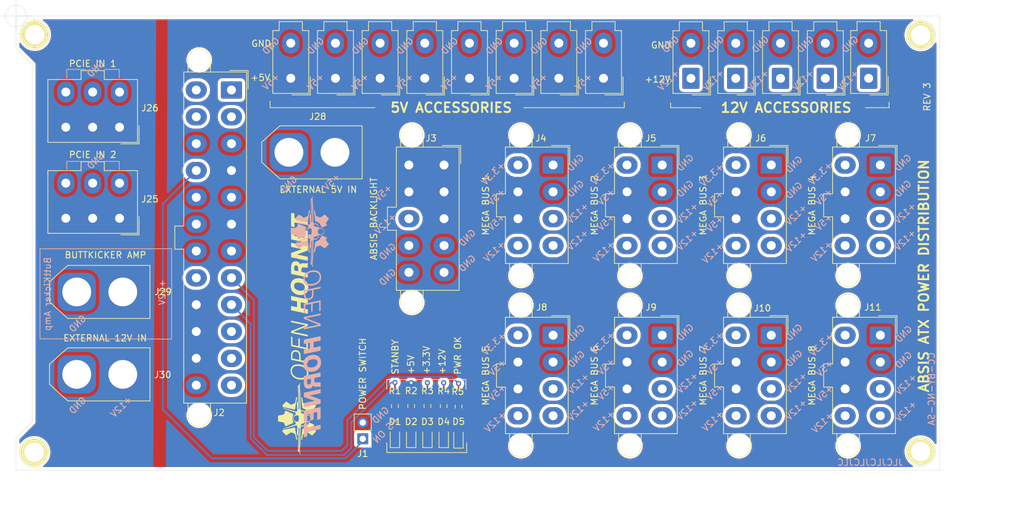
<source format=kicad_pcb>
(kicad_pcb (version 20171130) (host pcbnew "(5.1.9)-1")
  (layers (0 F.Cu mixed hide) (1 In1.Cu signal hide) (2 In2.Cu signal hide) (31 B.Cu mixed) (34 B.Paste user) (35 F.Paste user) (36 B.SilkS user) (37 F.SilkS user) (38 B.Mask user) (39 F.Mask user) (44 Edge.Cuts user))
  (net 0 "")
  (net 1 GND)
  (net 2 /PS_ON)
  (net 3 /+5V_SUPPLY)
  (net 4 "Net-(J2-Pad20)")
  (net 5 "Net-(J2-Pad14)")
  (net 6 /+3.3V_SUPPLY)
  (net 7 /+12V_SUPPLY)
  (net 8 /+5VSB_SUPPLY)
  (net 9 /PWR_OK)
  (net 10 "Net-(D1-Pad2)")
  (net 11 "Net-(D2-Pad2)")
  (net 12 "Net-(D3-Pad2)")
  (net 13 "Net-(D4-Pad2)")
  (net 14 "Net-(D5-Pad2)")
  (module Connector_Molex:Molex_Mini-Fit_Jr_5566-06A_2x03_P4.20mm_Vertical (layer F.Cu) (at 51.75 85 180)
    (fp_text reference J25 (at -4.75 3) (layer F.SilkS))
    (fp_text value "PCIE IN 2" (at 4.2 9.95) (layer F.SilkS))
    (pad 6 thru_hole oval (at 8.4 5.5 180) (size 2.7 3.3) (drill 1.4) (layers *.Cu *.Mask) (net 1 GND))
    (pad 5 thru_hole oval (at 4.2 5.5 180) (size 2.7 3.3) (drill 1.4) (layers *.Cu *.Mask) (net 1 GND))
    (pad 4 thru_hole oval (at 0 5.5 180) (size 2.7 3.3) (drill 1.4) (layers *.Cu *.Mask) (net 1 GND))
    (pad 3 thru_hole oval (at 8.4 0 180) (size 2.7 3.3) (drill 1.4) (layers *.Cu *.Mask) (net 7 /+12V_SUPPLY))
    (pad 2 thru_hole oval (at 4.2 0 180) (size 2.7 3.3) (drill 1.4) (layers *.Cu *.Mask) (net 7 /+12V_SUPPLY))
    (pad 1 thru_hole roundrect (at 0 0 180) (size 2.7 3.3) (drill 1.4) (layers *.Cu *.Mask) (roundrect_rratio 0.09259296296296296) (net 7 /+12V_SUPPLY))
  )
  (module Connector_Molex:Molex_Mini-Fit_Jr_5566-06A_2x03_P4.20mm_Vertical (layer F.Cu) (at 51.75 70.75 180)
    (fp_text reference J26 (at -4.75 3) (layer F.SilkS))
    (fp_text value "PCIE IN 1" (at 4.2 9.95) (layer F.SilkS))
    (pad 6 thru_hole oval (at 8.4 5.5 180) (size 2.7 3.3) (drill 1.4) (layers *.Cu *.Mask) (net 1 GND))
    (pad 5 thru_hole oval (at 4.2 5.5 180) (size 2.7 3.3) (drill 1.4) (layers *.Cu *.Mask) (net 1 GND))
    (pad 4 thru_hole oval (at 0 5.5 180) (size 2.7 3.3) (drill 1.4) (layers *.Cu *.Mask) (net 1 GND))
    (pad 3 thru_hole oval (at 8.4 0 180) (size 2.7 3.3) (drill 1.4) (layers *.Cu *.Mask) (net 7 /+12V_SUPPLY))
    (pad 2 thru_hole oval (at 4.2 0 180) (size 2.7 3.3) (drill 1.4) (layers *.Cu *.Mask) (net 7 /+12V_SUPPLY))
    (pad 1 thru_hole roundrect (at 0 0 180) (size 2.7 3.3) (drill 1.4) (layers *.Cu *.Mask) (roundrect_rratio 0.09259296296296296) (net 7 /+12V_SUPPLY))
  )
  (module OH_Library:OH_LOGO_37.7mm_5.9mm (layer B.Cu) (at 81.5 100.4 270)
    (fp_text reference G*** hide)
    (fp_text value LOGO hide)
  )
  (module Connector_AMASS:AMASS_XT60-M_1x02_P7.20mm_Vertical (layer F.Cu) (at 45.0552 109.4268)
    (fp_text reference J30 (at 13.4448 0.0732 180) (layer F.SilkS))
    (fp_text value "EXTERNAL 12V IN" (at 4.4448 -5.6768 180) (layer F.SilkS))
    (pad 1 thru_hole roundrect (at 0 0) (size 6 6) (drill 4.5) (layers *.Cu *.Mask) (net 1 GND))
    (pad 2 thru_hole circle (at 7.2 0) (size 6 6) (drill 4.5) (layers *.Cu *.Mask) (net 7 /+12V_SUPPLY))
  )
  (module Connector_AMASS:AMASS_XT60-F_1x02_P7.20mm_Vertical (layer F.Cu) (at 45.0552 96.5264)
    (fp_text reference J29 (at 13.5 -0.0264 180) (layer F.SilkS))
    (fp_text value "BUTTKICKER AMP" (at 4.5 -5.7764 unlocked) (layer F.SilkS))
    (pad 1 thru_hole roundrect (at 0 0) (size 6 6) (drill 4.5) (layers *.Cu *.Mask) (net 1 GND))
    (pad 2 thru_hole circle (at 7.2 0) (size 6 6) (drill 4.5) (layers *.Cu *.Mask) (net 7 /+12V_SUPPLY))
  )
  (module Connector_Molex:Molex_Mini-Fit_Jr_5566-02A_2x01_P4.20mm_Vertical (layer F.Cu) (at 168.8676 63.0936 180)
    (fp_text reference J20 hide)
    (fp_text value "12V Accessory 1")
    (pad 2 thru_hole oval (at 0 5.5 180) (size 2.7 3.3) (drill 1.4) (layers *.Cu *.Mask) (net 1 GND))
    (pad 1 thru_hole roundrect (at 0 0 180) (size 2.7 3.3) (drill 1.4) (layers *.Cu *.Mask) (roundrect_rratio 0.09259296296296296) (net 7 /+12V_SUPPLY))
  )
  (module Connector_Molex:Molex_Mini-Fit_Jr_5566-08A2_2x04_P4.20mm_Vertical (layer F.Cu) (at 170.6964 103.3018 270)
    (fp_text reference J11 (at -4.3688 1.1684 180) (layer F.SilkS))
    (fp_text value "MEGA BUS 8" (at 6.3 10.6964 90) (layer F.SilkS))
    (pad "" np_thru_hole circle (at 17.3 5.04 270) (size 3 3) (drill 3) (layers *.Cu *.Mask))
    (pad "" np_thru_hole circle (at -4.7 5.04 270) (size 3 3) (drill 3) (layers *.Cu *.Mask))
    (pad 8 thru_hole oval (at 12.6 5.5 270) (size 2.7 3.3) (drill 1.4) (layers *.Cu *.Mask) (net 7 /+12V_SUPPLY))
    (pad 7 thru_hole oval (at 8.4 5.5 270) (size 2.7 3.3) (drill 1.4) (layers *.Cu *.Mask) (net 3 /+5V_SUPPLY))
    (pad 6 thru_hole oval (at 4.2 5.5 270) (size 2.7 3.3) (drill 1.4) (layers *.Cu *.Mask) (net 3 /+5V_SUPPLY))
    (pad 5 thru_hole oval (at 0 5.5 270) (size 2.7 3.3) (drill 1.4) (layers *.Cu *.Mask) (net 6 /+3.3V_SUPPLY))
    (pad 4 thru_hole oval (at 12.6 0 270) (size 2.7 3.3) (drill 1.4) (layers *.Cu *.Mask) (net 7 /+12V_SUPPLY))
    (pad 3 thru_hole oval (at 8.4 0 270) (size 2.7 3.3) (drill 1.4) (layers *.Cu *.Mask) (net 7 /+12V_SUPPLY))
    (pad 2 thru_hole oval (at 4.2 0 270) (size 2.7 3.3) (drill 1.4) (layers *.Cu *.Mask) (net 1 GND))
    (pad 1 thru_hole roundrect (at 0 0 270) (size 2.7 3.3) (drill 1.4) (layers *.Cu *.Mask) (roundrect_rratio 0.09259296296296296) (net 1 GND))
  )
  (module Connector_Molex:Molex_Mini-Fit_Jr_5566-02A_2x01_P4.20mm_Vertical (layer F.Cu) (at 141.083632 63.1072 180)
    (fp_text reference J24 hide)
    (fp_text value "12V Accessory 5")
    (pad 2 thru_hole oval (at 0 5.5 180) (size 2.7 3.3) (drill 1.4) (layers *.Cu *.Mask) (net 1 GND))
    (pad 1 thru_hole roundrect (at 0 0 180) (size 2.7 3.3) (drill 1.4) (layers *.Cu *.Mask) (roundrect_rratio 0.09259296296296296) (net 7 /+12V_SUPPLY))
  )
  (module Connector_Molex:Molex_Mini-Fit_Jr_5566-02A_2x01_P4.20mm_Vertical (layer F.Cu) (at 148.086774 63.1072 180)
    (fp_text reference J23 hide)
    (fp_text value "12V Accessory 4")
    (pad 2 thru_hole oval (at 0 5.5 180) (size 2.7 3.3) (drill 1.4) (layers *.Cu *.Mask) (net 1 GND))
    (pad 1 thru_hole roundrect (at 0 0 180) (size 2.7 3.3) (drill 1.4) (layers *.Cu *.Mask) (roundrect_rratio 0.09259296296296296) (net 7 /+12V_SUPPLY))
  )
  (module Connector_Molex:Molex_Mini-Fit_Jr_5566-02A_2x01_P4.20mm_Vertical (layer F.Cu) (at 155.089916 63.1072 180)
    (fp_text reference J22 hide)
    (fp_text value "12V Accessory 3")
    (pad 2 thru_hole oval (at 0 5.5 180) (size 2.7 3.3) (drill 1.4) (layers *.Cu *.Mask) (net 1 GND))
    (pad 1 thru_hole roundrect (at 0 0 180) (size 2.7 3.3) (drill 1.4) (layers *.Cu *.Mask) (roundrect_rratio 0.09259296296296296) (net 7 /+12V_SUPPLY))
  )
  (module Connector_Molex:Molex_Mini-Fit_Jr_5566-02A_2x01_P4.20mm_Vertical (layer F.Cu) (at 162.093058 63.1072 180)
    (fp_text reference J21 hide)
    (fp_text value "12V Accessory 2")
    (pad 2 thru_hole oval (at 0 5.5 180) (size 2.7 3.3) (drill 1.4) (layers *.Cu *.Mask) (net 1 GND))
    (pad 1 thru_hole roundrect (at 0 0 180) (size 2.7 3.3) (drill 1.4) (layers *.Cu *.Mask) (roundrect_rratio 0.09259296296296296) (net 7 /+12V_SUPPLY))
  )
  (module Connector_Molex:Molex_Mini-Fit_Jr_5566-02A_2x01_P4.20mm_Vertical (layer F.Cu) (at 127.4148 63.0936 180)
    (fp_text reference J19 hide)
    (fp_text value "5V Accessory 8")
    (pad 2 thru_hole oval (at 0 5.5 180) (size 2.7 3.3) (drill 1.4) (layers *.Cu *.Mask) (net 1 GND))
    (pad 1 thru_hole roundrect (at 0 0 180) (size 2.7 3.3) (drill 1.4) (layers *.Cu *.Mask) (roundrect_rratio 0.09259296296296296) (net 3 /+5V_SUPPLY))
  )
  (module Connector_Molex:Molex_Mini-Fit_Jr_5566-02A_2x01_P4.20mm_Vertical (layer F.Cu) (at 120.4298 63.0936 180)
    (fp_text reference J18 hide)
    (fp_text value "5V Accessory 7")
    (pad 2 thru_hole oval (at 0 5.5 180) (size 2.7 3.3) (drill 1.4) (layers *.Cu *.Mask) (net 1 GND))
    (pad 1 thru_hole roundrect (at 0 0 180) (size 2.7 3.3) (drill 1.4) (layers *.Cu *.Mask) (roundrect_rratio 0.09259296296296296) (net 3 /+5V_SUPPLY))
  )
  (module Connector_Molex:Molex_Mini-Fit_Jr_5566-02A_2x01_P4.20mm_Vertical (layer F.Cu) (at 113.4448 63.0936 180)
    (fp_text reference J17 hide)
    (fp_text value "5V Accessory 6")
    (pad 2 thru_hole oval (at 0 5.5 180) (size 2.7 3.3) (drill 1.4) (layers *.Cu *.Mask) (net 1 GND))
    (pad 1 thru_hole roundrect (at 0 0 180) (size 2.7 3.3) (drill 1.4) (layers *.Cu *.Mask) (roundrect_rratio 0.09259296296296296) (net 3 /+5V_SUPPLY))
  )
  (module Connector_Molex:Molex_Mini-Fit_Jr_5566-02A_2x01_P4.20mm_Vertical (layer F.Cu) (at 106.4598 63.0936 180)
    (fp_text reference J16 hide)
    (fp_text value "5V Accessory 5")
    (pad 2 thru_hole oval (at 0 5.5 180) (size 2.7 3.3) (drill 1.4) (layers *.Cu *.Mask) (net 1 GND))
    (pad 1 thru_hole roundrect (at 0 0 180) (size 2.7 3.3) (drill 1.4) (layers *.Cu *.Mask) (roundrect_rratio 0.09259296296296296) (net 3 /+5V_SUPPLY))
  )
  (module Connector_Molex:Molex_Mini-Fit_Jr_5566-02A_2x01_P4.20mm_Vertical (layer F.Cu) (at 99.4748 63.0936 180)
    (fp_text reference J15 hide)
    (fp_text value "5V Accessory 4")
    (pad 2 thru_hole oval (at 0 5.5 180) (size 2.7 3.3) (drill 1.4) (layers *.Cu *.Mask) (net 1 GND))
    (pad 1 thru_hole roundrect (at 0 0 180) (size 2.7 3.3) (drill 1.4) (layers *.Cu *.Mask) (roundrect_rratio 0.09259296296296296) (net 3 /+5V_SUPPLY))
  )
  (module Connector_Molex:Molex_Mini-Fit_Jr_5566-02A_2x01_P4.20mm_Vertical (layer F.Cu) (at 92.4898 63.0936 180)
    (fp_text reference J14 hide)
    (fp_text value "5V Accessory 3")
    (pad 2 thru_hole oval (at 0 5.5 180) (size 2.7 3.3) (drill 1.4) (layers *.Cu *.Mask) (net 1 GND))
    (pad 1 thru_hole roundrect (at 0 0 180) (size 2.7 3.3) (drill 1.4) (layers *.Cu *.Mask) (roundrect_rratio 0.09259296296296296) (net 3 /+5V_SUPPLY))
  )
  (module Connector_Molex:Molex_Mini-Fit_Jr_5566-02A_2x01_P4.20mm_Vertical (layer F.Cu) (at 85.5048 63.0936 180)
    (fp_text reference J13 hide)
    (fp_text value "5V Accessory 2")
    (pad 2 thru_hole oval (at 0 5.5 180) (size 2.7 3.3) (drill 1.4) (layers *.Cu *.Mask) (net 1 GND))
    (pad 1 thru_hole roundrect (at 0 0 180) (size 2.7 3.3) (drill 1.4) (layers *.Cu *.Mask) (roundrect_rratio 0.09259296296296296) (net 3 /+5V_SUPPLY))
  )
  (module Connector_Molex:Molex_Mini-Fit_Jr_5566-02A_2x01_P4.20mm_Vertical (layer F.Cu) (at 78.5198 63.0936 180)
    (fp_text reference J12 hide)
    (fp_text value "5V Accessory 1")
    (pad 2 thru_hole oval (at 0 5.5 180) (size 2.7 3.3) (drill 1.4) (layers *.Cu *.Mask) (net 1 GND))
    (pad 1 thru_hole roundrect (at 0 0 180) (size 2.7 3.3) (drill 1.4) (layers *.Cu *.Mask) (roundrect_rratio 0.09259296296296296) (net 3 /+5V_SUPPLY))
  )
  (module Resistor_SMD:R_0603_1608Metric_Pad0.98x0.95mm_HandSolder (layer F.Cu) (at 104.75 114.4616 90)
    (fp_text reference R5 (at 2.346 -0.119 180) (layer F.SilkS))
    (fp_text value 150)
    (pad 2 smd roundrect (at 0.9125 0 90) (size 0.975 0.95) (layers F.Cu F.Paste F.Mask) (net 9 /PWR_OK))
    (pad 1 smd roundrect (at -0.9125 0 90) (size 0.975 0.95) (layers F.Cu F.Paste F.Mask) (net 14 "Net-(D5-Pad2)"))
  )
  (module LED_SMD:LED_0603_1608Metric_Pad1.05x0.95mm_HandSolder (layer F.Cu) (at 104.74 119.3116 90)
    (fp_text reference D5 (at 2.497 0.018 180) (layer F.SilkS))
    (fp_text value "Green LED")
    (pad 2 smd roundrect (at 0.875 0 90) (size 1.05 0.95) (layers F.Cu F.Paste F.Mask) (net 14 "Net-(D5-Pad2)"))
    (pad 1 smd roundrect (at -0.875 0 90) (size 1.05 0.95) (layers F.Cu F.Paste F.Mask) (net 1 GND))
  )
  (module Connector_AMASS:AMASS_XT60-M_1x02_P7.20mm_Vertical (layer F.Cu) (at 78.2284 74.6768)
    (fp_text reference J28 (at 4.5076 -5.588 180) (layer F.SilkS))
    (fp_text value "EXTERNAL 5V IN" (at 4.598 5.829 180) (layer F.SilkS))
    (pad 1 thru_hole roundrect (at 0 0) (size 6 6) (drill 4.5) (layers *.Cu *.Mask) (net 1 GND))
    (pad 2 thru_hole circle (at 7.2 0) (size 6 6) (drill 4.5) (layers *.Cu *.Mask) (net 3 /+5V_SUPPLY))
  )
  (module Resistor_SMD:R_0603_1608Metric_Pad0.98x0.95mm_HandSolder (layer F.Cu) (at 102.426 114.3971 90)
    (fp_text reference R4 (at 2.3895 0 180) (layer F.SilkS))
    (fp_text value 560)
    (pad 2 smd roundrect (at 0.9125 0 90) (size 0.975 0.95) (layers F.Cu F.Paste F.Mask) (net 7 /+12V_SUPPLY))
    (pad 1 smd roundrect (at -0.9125 0 90) (size 0.975 0.95) (layers F.Cu F.Paste F.Mask) (net 13 "Net-(D4-Pad2)"))
  )
  (module Resistor_SMD:R_0603_1608Metric_Pad0.98x0.95mm_HandSolder (layer F.Cu) (at 99.886 114.3971 90)
    (fp_text reference R3 (at 2.3895 0 180) (layer F.SilkS))
    (fp_text value 56)
    (pad 2 smd roundrect (at 0.9125 0 90) (size 0.975 0.95) (layers F.Cu F.Paste F.Mask) (net 6 /+3.3V_SUPPLY))
    (pad 1 smd roundrect (at -0.9125 0 90) (size 0.975 0.95) (layers F.Cu F.Paste F.Mask) (net 12 "Net-(D3-Pad2)"))
  )
  (module Resistor_SMD:R_0603_1608Metric_Pad0.98x0.95mm_HandSolder (layer F.Cu) (at 97.346 114.3971 90)
    (fp_text reference R2 (at 2.3895 0 180) (layer F.SilkS))
    (fp_text value 150)
    (pad 2 smd roundrect (at 0.9125 0 90) (size 0.975 0.95) (layers F.Cu F.Paste F.Mask) (net 3 /+5V_SUPPLY))
    (pad 1 smd roundrect (at -0.9125 0 90) (size 0.975 0.95) (layers F.Cu F.Paste F.Mask) (net 11 "Net-(D2-Pad2)"))
  )
  (module Resistor_SMD:R_0603_1608Metric_Pad0.98x0.95mm_HandSolder (layer F.Cu) (at 94.806 114.3971 90)
    (fp_text reference R1 (at 2.3895 0 180) (layer F.SilkS))
    (fp_text value 150)
    (pad 2 smd roundrect (at 0.9125 0 90) (size 0.975 0.95) (layers F.Cu F.Paste F.Mask) (net 8 /+5VSB_SUPPLY))
    (pad 1 smd roundrect (at -0.9125 0 90) (size 0.975 0.95) (layers F.Cu F.Paste F.Mask) (net 10 "Net-(D1-Pad2)"))
  )
  (module LED_SMD:LED_0603_1608Metric_Pad1.05x0.95mm_HandSolder (layer F.Cu) (at 102.426 119.2326 90)
    (fp_text reference D4 (at 2.399 0 180) (layer F.SilkS))
    (fp_text value "Green LED")
    (pad 2 smd roundrect (at 0.875 0 90) (size 1.05 0.95) (layers F.Cu F.Paste F.Mask) (net 13 "Net-(D4-Pad2)"))
    (pad 1 smd roundrect (at -0.875 0 90) (size 1.05 0.95) (layers F.Cu F.Paste F.Mask) (net 1 GND))
  )
  (module LED_SMD:LED_0603_1608Metric_Pad1.05x0.95mm_HandSolder (layer F.Cu) (at 99.886 119.2326 90)
    (fp_text reference D3 (at 2.399 0 180) (layer F.SilkS))
    (fp_text value "Green LED")
    (pad 2 smd roundrect (at 0.875 0 90) (size 1.05 0.95) (layers F.Cu F.Paste F.Mask) (net 12 "Net-(D3-Pad2)"))
    (pad 1 smd roundrect (at -0.875 0 90) (size 1.05 0.95) (layers F.Cu F.Paste F.Mask) (net 1 GND))
  )
  (module LED_SMD:LED_0603_1608Metric_Pad1.05x0.95mm_HandSolder (layer F.Cu) (at 97.346 119.2326 90)
    (fp_text reference D2 (at 2.399 0 180) (layer F.SilkS))
    (fp_text value "Green LED")
    (pad 2 smd roundrect (at 0.875 0 90) (size 1.05 0.95) (layers F.Cu F.Paste F.Mask) (net 11 "Net-(D2-Pad2)"))
    (pad 1 smd roundrect (at -0.875 0 90) (size 1.05 0.95) (layers F.Cu F.Paste F.Mask) (net 1 GND))
  )
  (module LED_SMD:LED_0603_1608Metric_Pad1.05x0.95mm_HandSolder (layer F.Cu) (at 94.806 119.2326 90)
    (fp_text reference D1 (at 2.399 0 180) (layer F.SilkS))
    (fp_text value "Blue LED")
    (pad 2 smd roundrect (at 0.875 0 90) (size 1.05 0.95) (layers F.Cu F.Paste F.Mask) (net 10 "Net-(D1-Pad2)"))
    (pad 1 smd roundrect (at -0.875 0 90) (size 1.05 0.95) (layers F.Cu F.Paste F.Mask) (net 1 GND))
  )
  (module Connector_PinHeader_2.54mm:PinHeader_1x02_P2.54mm_Vertical (layer F.Cu) (at 89.772 119.507 180)
    (fp_text reference J1 (at 0 -2.33) (layer F.SilkS))
    (fp_text value "POWER SWITCH" (at 0 10.16 90) (layer F.SilkS))
    (pad 2 thru_hole oval (at 0 2.54 180) (size 1.7 1.7) (drill 1) (layers *.Cu *.Mask) (net 1 GND))
    (pad 1 thru_hole rect (at 0 0 180) (size 1.7 1.7) (drill 1) (layers *.Cu *.Mask) (net 2 /PS_ON))
  )
  (module Connector_Molex:Molex_Mini-Fit_Jr_5566-08A2_2x04_P4.20mm_Vertical (layer F.Cu) (at 136.591 76.6646 270)
    (fp_text reference J5 (at -4.191 1.778) (layer F.SilkS))
    (fp_text value "MEGA BUS 2" (at 6.3 10.591 90) (layer F.SilkS))
    (pad "" np_thru_hole circle (at 17.3 5.04 270) (size 3 3) (drill 3) (layers *.Cu *.Mask))
    (pad "" np_thru_hole circle (at -4.7 5.04 270) (size 3 3) (drill 3) (layers *.Cu *.Mask))
    (pad 8 thru_hole oval (at 12.6 5.5 270) (size 2.7 3.3) (drill 1.4) (layers *.Cu *.Mask) (net 7 /+12V_SUPPLY))
    (pad 7 thru_hole oval (at 8.4 5.5 270) (size 2.7 3.3) (drill 1.4) (layers *.Cu *.Mask) (net 3 /+5V_SUPPLY))
    (pad 6 thru_hole oval (at 4.2 5.5 270) (size 2.7 3.3) (drill 1.4) (layers *.Cu *.Mask) (net 3 /+5V_SUPPLY))
    (pad 5 thru_hole oval (at 0 5.5 270) (size 2.7 3.3) (drill 1.4) (layers *.Cu *.Mask) (net 6 /+3.3V_SUPPLY))
    (pad 4 thru_hole oval (at 12.6 0 270) (size 2.7 3.3) (drill 1.4) (layers *.Cu *.Mask) (net 7 /+12V_SUPPLY))
    (pad 3 thru_hole oval (at 8.4 0 270) (size 2.7 3.3) (drill 1.4) (layers *.Cu *.Mask) (net 7 /+12V_SUPPLY))
    (pad 2 thru_hole oval (at 4.2 0 270) (size 2.7 3.3) (drill 1.4) (layers *.Cu *.Mask) (net 1 GND))
    (pad 1 thru_hole roundrect (at 0 0 270) (size 2.7 3.3) (drill 1.4) (layers *.Cu *.Mask) (roundrect_rratio 0.09259296296296296) (net 1 GND))
  )
  (module KiCAD_Libraries:OH_LOGO_37.7mm_5.9mm (layer F.Cu) (at 79.5 103 90)
    (fp_text reference G*** hide)
    (fp_text value LOGO hide)
  )
  (module Connector_Molex:Molex_Mini-Fit_Jr_5566-08A2_2x04_P4.20mm_Vertical (layer F.Cu) (at 170.6964 76.6646 270)
    (fp_text reference J7 (at -4.191 1.524) (layer F.SilkS))
    (fp_text value "MEGA BUS 4" (at 6.3 10.6964 90) (layer F.SilkS))
    (pad "" np_thru_hole circle (at 17.3 5.04 270) (size 3 3) (drill 3) (layers *.Cu *.Mask))
    (pad "" np_thru_hole circle (at -4.7 5.04 270) (size 3 3) (drill 3) (layers *.Cu *.Mask))
    (pad 8 thru_hole oval (at 12.6 5.5 270) (size 2.7 3.3) (drill 1.4) (layers *.Cu *.Mask) (net 7 /+12V_SUPPLY))
    (pad 7 thru_hole oval (at 8.4 5.5 270) (size 2.7 3.3) (drill 1.4) (layers *.Cu *.Mask) (net 3 /+5V_SUPPLY))
    (pad 6 thru_hole oval (at 4.2 5.5 270) (size 2.7 3.3) (drill 1.4) (layers *.Cu *.Mask) (net 3 /+5V_SUPPLY))
    (pad 5 thru_hole oval (at 0 5.5 270) (size 2.7 3.3) (drill 1.4) (layers *.Cu *.Mask) (net 6 /+3.3V_SUPPLY))
    (pad 4 thru_hole oval (at 12.6 0 270) (size 2.7 3.3) (drill 1.4) (layers *.Cu *.Mask) (net 7 /+12V_SUPPLY))
    (pad 3 thru_hole oval (at 8.4 0 270) (size 2.7 3.3) (drill 1.4) (layers *.Cu *.Mask) (net 7 /+12V_SUPPLY))
    (pad 2 thru_hole oval (at 4.2 0 270) (size 2.7 3.3) (drill 1.4) (layers *.Cu *.Mask) (net 1 GND))
    (pad 1 thru_hole roundrect (at 0 0 270) (size 2.7 3.3) (drill 1.4) (layers *.Cu *.Mask) (roundrect_rratio 0.09259296296296296) (net 1 GND))
  )
  (module Socket_Arduino_Mega:Arduino_1pin (layer F.Cu) (at 177 56.3372)
    (fp_text reference H4 hide)
    (fp_text value MountingHole)
    (pad 1 thru_hole circle (at 0 0) (size 4.064 4.064) (drill 3.048) (layers *.Cu *.Mask F.SilkS))
  )
  (module Socket_Arduino_Mega:Arduino_1pin (layer F.Cu) (at 38.4048 121.6152)
    (fp_text reference H3 hide)
    (fp_text value MountingHole)
    (pad 1 thru_hole circle (at 0 0) (size 4.064 4.064) (drill 3.048) (layers *.Cu *.Mask F.SilkS))
  )
  (module Socket_Arduino_Mega:Arduino_1pin (layer F.Cu) (at 177 121.5)
    (fp_text reference H2 hide)
    (fp_text value MountingHole)
    (pad 1 thru_hole circle (at 0 0) (size 4.064 4.064) (drill 3.048) (layers *.Cu *.Mask F.SilkS))
  )
  (module Socket_Arduino_Mega:Arduino_1pin (layer F.Cu) (at 38.5064 56.2864)
    (fp_text reference H1 hide)
    (fp_text value MountingHole)
    (pad 1 thru_hole circle (at 0 0) (size 4.064 4.064) (drill 3.048) (layers *.Cu *.Mask F.SilkS))
  )
  (module Connector_Molex:Molex_Mini-Fit_Jr_5566-08A2_2x04_P4.20mm_Vertical (layer F.Cu) (at 153.6437 103.3018 270)
    (fp_text reference J10 (at -4.2418 1.3877) (layer F.SilkS))
    (fp_text value "MEGA BUS 7" (at 6.3 10.6437 90) (layer F.SilkS))
    (pad "" np_thru_hole circle (at 17.3 5.04 270) (size 3 3) (drill 3) (layers *.Cu *.Mask))
    (pad "" np_thru_hole circle (at -4.7 5.04 270) (size 3 3) (drill 3) (layers *.Cu *.Mask))
    (pad 8 thru_hole oval (at 12.6 5.5 270) (size 2.7 3.3) (drill 1.4) (layers *.Cu *.Mask) (net 7 /+12V_SUPPLY))
    (pad 7 thru_hole oval (at 8.4 5.5 270) (size 2.7 3.3) (drill 1.4) (layers *.Cu *.Mask) (net 3 /+5V_SUPPLY))
    (pad 6 thru_hole oval (at 4.2 5.5 270) (size 2.7 3.3) (drill 1.4) (layers *.Cu *.Mask) (net 3 /+5V_SUPPLY))
    (pad 5 thru_hole oval (at 0 5.5 270) (size 2.7 3.3) (drill 1.4) (layers *.Cu *.Mask) (net 6 /+3.3V_SUPPLY))
    (pad 4 thru_hole oval (at 12.6 0 270) (size 2.7 3.3) (drill 1.4) (layers *.Cu *.Mask) (net 7 /+12V_SUPPLY))
    (pad 3 thru_hole oval (at 8.4 0 270) (size 2.7 3.3) (drill 1.4) (layers *.Cu *.Mask) (net 7 /+12V_SUPPLY))
    (pad 2 thru_hole oval (at 4.2 0 270) (size 2.7 3.3) (drill 1.4) (layers *.Cu *.Mask) (net 1 GND))
    (pad 1 thru_hole roundrect (at 0 0 270) (size 2.7 3.3) (drill 1.4) (layers *.Cu *.Mask) (roundrect_rratio 0.09259296296296296) (net 1 GND))
  )
  (module Connector_Molex:Molex_Mini-Fit_Jr_5566-08A2_2x04_P4.20mm_Vertical (layer F.Cu) (at 136.591 103.3018 270)
    (fp_text reference J9 (at -4.3688 1.734) (layer F.SilkS))
    (fp_text value "MEGA BUS 6" (at 6.3 10.591 90) (layer F.SilkS))
    (pad "" np_thru_hole circle (at 17.3 5.04 270) (size 3 3) (drill 3) (layers *.Cu *.Mask))
    (pad "" np_thru_hole circle (at -4.7 5.04 270) (size 3 3) (drill 3) (layers *.Cu *.Mask))
    (pad 8 thru_hole oval (at 12.6 5.5 270) (size 2.7 3.3) (drill 1.4) (layers *.Cu *.Mask) (net 7 /+12V_SUPPLY))
    (pad 7 thru_hole oval (at 8.4 5.5 270) (size 2.7 3.3) (drill 1.4) (layers *.Cu *.Mask) (net 3 /+5V_SUPPLY))
    (pad 6 thru_hole oval (at 4.2 5.5 270) (size 2.7 3.3) (drill 1.4) (layers *.Cu *.Mask) (net 3 /+5V_SUPPLY))
    (pad 5 thru_hole oval (at 0 5.5 270) (size 2.7 3.3) (drill 1.4) (layers *.Cu *.Mask) (net 6 /+3.3V_SUPPLY))
    (pad 4 thru_hole oval (at 12.6 0 270) (size 2.7 3.3) (drill 1.4) (layers *.Cu *.Mask) (net 7 /+12V_SUPPLY))
    (pad 3 thru_hole oval (at 8.4 0 270) (size 2.7 3.3) (drill 1.4) (layers *.Cu *.Mask) (net 7 /+12V_SUPPLY))
    (pad 2 thru_hole oval (at 4.2 0 270) (size 2.7 3.3) (drill 1.4) (layers *.Cu *.Mask) (net 1 GND))
    (pad 1 thru_hole roundrect (at 0 0 270) (size 2.7 3.3) (drill 1.4) (layers *.Cu *.Mask) (roundrect_rratio 0.09259296296296296) (net 1 GND))
  )
  (module Connector_Molex:Molex_Mini-Fit_Jr_5566-08A2_2x04_P4.20mm_Vertical (layer F.Cu) (at 119.5383 103.3018 270)
    (fp_text reference J8 (at -4.3688 1.778) (layer F.SilkS))
    (fp_text value "MEGA BUS 5" (at 6.3 10.5383 90) (layer F.SilkS))
    (pad "" np_thru_hole circle (at 17.3 5.04 270) (size 3 3) (drill 3) (layers *.Cu *.Mask))
    (pad "" np_thru_hole circle (at -4.7 5.04 270) (size 3 3) (drill 3) (layers *.Cu *.Mask))
    (pad 8 thru_hole oval (at 12.6 5.5 270) (size 2.7 3.3) (drill 1.4) (layers *.Cu *.Mask) (net 7 /+12V_SUPPLY))
    (pad 7 thru_hole oval (at 8.4 5.5 270) (size 2.7 3.3) (drill 1.4) (layers *.Cu *.Mask) (net 3 /+5V_SUPPLY))
    (pad 6 thru_hole oval (at 4.2 5.5 270) (size 2.7 3.3) (drill 1.4) (layers *.Cu *.Mask) (net 3 /+5V_SUPPLY))
    (pad 5 thru_hole oval (at 0 5.5 270) (size 2.7 3.3) (drill 1.4) (layers *.Cu *.Mask) (net 6 /+3.3V_SUPPLY))
    (pad 4 thru_hole oval (at 12.6 0 270) (size 2.7 3.3) (drill 1.4) (layers *.Cu *.Mask) (net 7 /+12V_SUPPLY))
    (pad 3 thru_hole oval (at 8.4 0 270) (size 2.7 3.3) (drill 1.4) (layers *.Cu *.Mask) (net 7 /+12V_SUPPLY))
    (pad 2 thru_hole oval (at 4.2 0 270) (size 2.7 3.3) (drill 1.4) (layers *.Cu *.Mask) (net 1 GND))
    (pad 1 thru_hole roundrect (at 0 0 270) (size 2.7 3.3) (drill 1.4) (layers *.Cu *.Mask) (roundrect_rratio 0.09259296296296296) (net 1 GND))
  )
  (module Connector_Molex:Molex_Mini-Fit_Jr_5566-08A2_2x04_P4.20mm_Vertical (layer F.Cu) (at 153.6437 76.6646 270)
    (fp_text reference J6 (at -4.191 1.651) (layer F.SilkS))
    (fp_text value "MEGA BUS 3" (at 6.3 10.6437 90) (layer F.SilkS))
    (pad "" np_thru_hole circle (at 17.3 5.04 270) (size 3 3) (drill 3) (layers *.Cu *.Mask))
    (pad "" np_thru_hole circle (at -4.7 5.04 270) (size 3 3) (drill 3) (layers *.Cu *.Mask))
    (pad 8 thru_hole oval (at 12.6 5.5 270) (size 2.7 3.3) (drill 1.4) (layers *.Cu *.Mask) (net 7 /+12V_SUPPLY))
    (pad 7 thru_hole oval (at 8.4 5.5 270) (size 2.7 3.3) (drill 1.4) (layers *.Cu *.Mask) (net 3 /+5V_SUPPLY))
    (pad 6 thru_hole oval (at 4.2 5.5 270) (size 2.7 3.3) (drill 1.4) (layers *.Cu *.Mask) (net 3 /+5V_SUPPLY))
    (pad 5 thru_hole oval (at 0 5.5 270) (size 2.7 3.3) (drill 1.4) (layers *.Cu *.Mask) (net 6 /+3.3V_SUPPLY))
    (pad 4 thru_hole oval (at 12.6 0 270) (size 2.7 3.3) (drill 1.4) (layers *.Cu *.Mask) (net 7 /+12V_SUPPLY))
    (pad 3 thru_hole oval (at 8.4 0 270) (size 2.7 3.3) (drill 1.4) (layers *.Cu *.Mask) (net 7 /+12V_SUPPLY))
    (pad 2 thru_hole oval (at 4.2 0 270) (size 2.7 3.3) (drill 1.4) (layers *.Cu *.Mask) (net 1 GND))
    (pad 1 thru_hole roundrect (at 0 0 270) (size 2.7 3.3) (drill 1.4) (layers *.Cu *.Mask) (roundrect_rratio 0.09259296296296296) (net 1 GND))
  )
  (module Connector_Molex:Molex_Mini-Fit_Jr_5566-08A2_2x04_P4.20mm_Vertical (layer F.Cu) (at 119.5383 76.6646 270)
    (fp_text reference J4 (at -4.191 1.905) (layer F.SilkS))
    (fp_text value "MEGA BUS 1" (at 6.3 10.5383 90) (layer F.SilkS))
    (pad "" np_thru_hole circle (at 17.3 5.04 270) (size 3 3) (drill 3) (layers *.Cu *.Mask))
    (pad "" np_thru_hole circle (at -4.7 5.04 270) (size 3 3) (drill 3) (layers *.Cu *.Mask))
    (pad 8 thru_hole oval (at 12.6 5.5 270) (size 2.7 3.3) (drill 1.4) (layers *.Cu *.Mask) (net 7 /+12V_SUPPLY))
    (pad 7 thru_hole oval (at 8.4 5.5 270) (size 2.7 3.3) (drill 1.4) (layers *.Cu *.Mask) (net 3 /+5V_SUPPLY))
    (pad 6 thru_hole oval (at 4.2 5.5 270) (size 2.7 3.3) (drill 1.4) (layers *.Cu *.Mask) (net 3 /+5V_SUPPLY))
    (pad 5 thru_hole oval (at 0 5.5 270) (size 2.7 3.3) (drill 1.4) (layers *.Cu *.Mask) (net 6 /+3.3V_SUPPLY))
    (pad 4 thru_hole oval (at 12.6 0 270) (size 2.7 3.3) (drill 1.4) (layers *.Cu *.Mask) (net 7 /+12V_SUPPLY))
    (pad 3 thru_hole oval (at 8.4 0 270) (size 2.7 3.3) (drill 1.4) (layers *.Cu *.Mask) (net 7 /+12V_SUPPLY))
    (pad 2 thru_hole oval (at 4.2 0 270) (size 2.7 3.3) (drill 1.4) (layers *.Cu *.Mask) (net 1 GND))
    (pad 1 thru_hole roundrect (at 0 0 270) (size 2.7 3.3) (drill 1.4) (layers *.Cu *.Mask) (roundrect_rratio 0.09259296296296296) (net 1 GND))
  )
  (module Connector_Molex:Molex_Mini-Fit_Jr_5566-10A2_2x05_P4.20mm_Vertical (layer F.Cu) (at 102.4856 76.6646 270)
    (fp_text reference J3 (at -4.191 2.032) (layer F.SilkS))
    (fp_text value "ABSIS BACKLIGHT" (at 8.400001 10.9856 90) (layer F.SilkS))
    (pad "" np_thru_hole circle (at 21.5 5.04 270) (size 3 3) (drill 3) (layers *.Cu *.Mask))
    (pad "" np_thru_hole circle (at -4.7 5.04 270) (size 3 3) (drill 3) (layers *.Cu *.Mask))
    (pad 10 thru_hole oval (at 16.8 5.5 270) (size 2.7 3.3) (drill 1.4) (layers *.Cu *.Mask) (net 1 GND))
    (pad 9 thru_hole oval (at 12.6 5.5 270) (size 2.7 3.3) (drill 1.4) (layers *.Cu *.Mask) (net 1 GND))
    (pad 8 thru_hole oval (at 8.4 5.5 270) (size 2.7 3.3) (drill 1.4) (layers *.Cu *.Mask) (net 7 /+12V_SUPPLY))
    (pad 7 thru_hole oval (at 4.2 5.5 270) (size 2.7 3.3) (drill 1.4) (layers *.Cu *.Mask) (net 3 /+5V_SUPPLY))
    (pad 6 thru_hole oval (at 0 5.5 270) (size 2.7 3.3) (drill 1.4) (layers *.Cu *.Mask) (net 3 /+5V_SUPPLY))
    (pad 5 thru_hole oval (at 16.8 0 270) (size 2.7 3.3) (drill 1.4) (layers *.Cu *.Mask) (net 1 GND))
    (pad 4 thru_hole oval (at 12.6 0 270) (size 2.7 3.3) (drill 1.4) (layers *.Cu *.Mask) (net 1 GND))
    (pad 3 thru_hole oval (at 8.4 0 270) (size 2.7 3.3) (drill 1.4) (layers *.Cu *.Mask) (net 3 /+5V_SUPPLY))
    (pad 2 thru_hole oval (at 4.2 0 270) (size 2.7 3.3) (drill 1.4) (layers *.Cu *.Mask) (net 3 /+5V_SUPPLY))
    (pad 1 thru_hole roundrect (at 0 0 270) (size 2.7 3.3) (drill 1.4) (layers *.Cu *.Mask) (roundrect_rratio 0.09259296296296296) (net 3 /+5V_SUPPLY))
  )
  (module Connector_Molex:Molex_Mini-Fit_Jr_5566-24A2_2x12_P4.20mm_Vertical (layer F.Cu) (at 69.2488 64.9224 270)
    (fp_text reference J2 (at 50.4952 1.9304 180) (layer F.SilkS))
    (fp_text value ATX-24)
    (pad "" np_thru_hole circle (at 50.9 5.04 270) (size 3 3) (drill 3) (layers *.Cu *.Mask))
    (pad "" np_thru_hole circle (at -4.7 5.04 270) (size 3 3) (drill 3) (layers *.Cu *.Mask))
    (pad 24 thru_hole oval (at 46.2 5.5 270) (size 2.7 3.3) (drill 1.4) (layers *.Cu *.Mask) (net 1 GND))
    (pad 23 thru_hole oval (at 42 5.5 270) (size 2.7 3.3) (drill 1.4) (layers *.Cu *.Mask) (net 3 /+5V_SUPPLY))
    (pad 22 thru_hole oval (at 37.8 5.5 270) (size 2.7 3.3) (drill 1.4) (layers *.Cu *.Mask) (net 3 /+5V_SUPPLY))
    (pad 21 thru_hole oval (at 33.6 5.5 270) (size 2.7 3.3) (drill 1.4) (layers *.Cu *.Mask) (net 3 /+5V_SUPPLY))
    (pad 20 thru_hole oval (at 29.4 5.5 270) (size 2.7 3.3) (drill 1.4) (layers *.Cu *.Mask) (net 4 "Net-(J2-Pad20)"))
    (pad 19 thru_hole oval (at 25.2 5.5 270) (size 2.7 3.3) (drill 1.4) (layers *.Cu *.Mask) (net 1 GND))
    (pad 18 thru_hole oval (at 21 5.5 270) (size 2.7 3.3) (drill 1.4) (layers *.Cu *.Mask) (net 1 GND))
    (pad 17 thru_hole oval (at 16.8 5.5 270) (size 2.7 3.3) (drill 1.4) (layers *.Cu *.Mask) (net 1 GND))
    (pad 16 thru_hole oval (at 12.6 5.5 270) (size 2.7 3.3) (drill 1.4) (layers *.Cu *.Mask) (net 2 /PS_ON))
    (pad 15 thru_hole oval (at 8.4 5.5 270) (size 2.7 3.3) (drill 1.4) (layers *.Cu *.Mask) (net 1 GND))
    (pad 14 thru_hole oval (at 4.2 5.5 270) (size 2.7 3.3) (drill 1.4) (layers *.Cu *.Mask) (net 5 "Net-(J2-Pad14)"))
    (pad 13 thru_hole oval (at 0 5.5 270) (size 2.7 3.3) (drill 1.4) (layers *.Cu *.Mask) (net 6 /+3.3V_SUPPLY))
    (pad 12 thru_hole oval (at 46.2 0 270) (size 2.7 3.3) (drill 1.4) (layers *.Cu *.Mask) (net 6 /+3.3V_SUPPLY))
    (pad 11 thru_hole oval (at 42 0 270) (size 2.7 3.3) (drill 1.4) (layers *.Cu *.Mask) (net 7 /+12V_SUPPLY))
    (pad 10 thru_hole oval (at 37.8 0 270) (size 2.7 3.3) (drill 1.4) (layers *.Cu *.Mask) (net 7 /+12V_SUPPLY))
    (pad 9 thru_hole oval (at 33.6 0 270) (size 2.7 3.3) (drill 1.4) (layers *.Cu *.Mask) (net 8 /+5VSB_SUPPLY))
    (pad 8 thru_hole oval (at 29.4 0 270) (size 2.7 3.3) (drill 1.4) (layers *.Cu *.Mask) (net 9 /PWR_OK))
    (pad 7 thru_hole oval (at 25.2 0 270) (size 2.7 3.3) (drill 1.4) (layers *.Cu *.Mask) (net 1 GND))
    (pad 6 thru_hole oval (at 21 0 270) (size 2.7 3.3) (drill 1.4) (layers *.Cu *.Mask) (net 3 /+5V_SUPPLY))
    (pad 5 thru_hole oval (at 16.8 0 270) (size 2.7 3.3) (drill 1.4) (layers *.Cu *.Mask) (net 1 GND))
    (pad 4 thru_hole oval (at 12.6 0 270) (size 2.7 3.3) (drill 1.4) (layers *.Cu *.Mask) (net 3 /+5V_SUPPLY))
    (pad 3 thru_hole oval (at 8.4 0 270) (size 2.7 3.3) (drill 1.4) (layers *.Cu *.Mask) (net 1 GND))
    (pad 2 thru_hole oval (at 4.2 0 270) (size 2.7 3.3) (drill 1.4) (layers *.Cu *.Mask) (net 6 /+3.3V_SUPPLY))
    (pad 1 thru_hole roundrect (at 0 0 270) (size 2.7 3.3) (drill 1.4) (layers *.Cu *.Mask) (roundrect_rratio 0.09259296296296296) (net 6 /+3.3V_SUPPLY))
  )
  (gr_text CC-BY-NC-SA (at 178.7 111.7 90) (layer B.SilkS) (effects (font (size 1 1)) (justify mirror)))
  (gr_line (start 43.5 63.1) (end 43.5 61.7) (layer B.SilkS) (width 0.12))
  (gr_line (start 43.5 61.7) (end 46.4 61.7) (layer B.SilkS) (width 0.12))
  (gr_line (start 49.4 61.7) (end 51.7 61.7) (layer B.SilkS) (width 0.12))
  (gr_line (start 51.7 61.7) (end 51.7 63.1) (layer B.SilkS) (width 0.12))
  (gr_text GND (at 48 61.6 45) (layer B.SilkS) (effects (font (size 1 1)) (justify mirror)))
  (gr_text GND (at 48 76 45) (layer B.SilkS) (effects (font (size 1 1)) (justify mirror)))
  (gr_line (start 49.4 76.1) (end 51.7 76.1) (layer B.SilkS) (width 0.12))
  (gr_line (start 51.7 76.1) (end 51.7 77.5) (layer B.SilkS) (width 0.12))
  (gr_line (start 43.5 76.1) (end 46.4 76.1) (layer B.SilkS) (width 0.12))
  (gr_line (start 43.5 77.5) (end 43.5 76.1) (layer B.SilkS) (width 0.12))
  (gr_line (start 180 124.46) (end 35.56 124.46) (layer Edge.Cuts) (width 0.05))
  (gr_text JLCJLCJLCJLC (at 169.1 123.2) (layer B.SilkS) (effects (font (size 1 1)) (justify mirror)))
  (gr_text +12V (at 165.635283 63.373 45) (layer B.SilkS) (effects (font (size 1 1)) (justify mirror)))
  (gr_text GND (at 165.972 57.785 45) (layer B.SilkS) (effects (font (size 1 1)) (justify mirror)))
  (gr_text +12V (at 158.618533 63.373 45) (layer B.SilkS) (effects (font (size 1 1)) (justify mirror)))
  (gr_text GND (at 158.95525 57.785 45) (layer B.SilkS) (effects (font (size 1 1)) (justify mirror)))
  (gr_text +12V (at 151.601783 63.373 45) (layer B.SilkS) (effects (font (size 1 1)) (justify mirror)))
  (gr_text GND (at 151.9385 57.785 45) (layer B.SilkS) (effects (font (size 1 1)) (justify mirror)))
  (gr_text +12V (at 144.585033 63.373 45) (layer B.SilkS) (effects (font (size 1 1)) (justify mirror)))
  (gr_text GND (at 144.92175 57.785 45) (layer B.SilkS) (effects (font (size 1 1)) (justify mirror)))
  (gr_text GND (at 137.905 57.785 45) (layer B.SilkS) (effects (font (size 1 1)) (justify mirror)))
  (gr_text +12V (at 137.568283 63.373 45) (layer B.SilkS) (effects (font (size 1 1)) (justify mirror)))
  (gr_text GND (at 124.316 58.039 45) (layer B.SilkS) (effects (font (size 1 1)) (justify mirror)))
  (gr_text +5V (at 124.316 63.627 45) (layer B.SilkS) (effects (font (size 1 1)) (justify mirror)))
  (gr_text GND (at 117.331 58.039 45) (layer B.SilkS) (effects (font (size 1 1)) (justify mirror)))
  (gr_text +5V (at 117.331 63.627 45) (layer B.SilkS) (effects (font (size 1 1)) (justify mirror)))
  (gr_text GND (at 110.346 58.039 45) (layer B.SilkS) (effects (font (size 1 1)) (justify mirror)))
  (gr_text +5V (at 110.346 63.627 45) (layer B.SilkS) (effects (font (size 1 1)) (justify mirror)))
  (gr_text GND (at 103.361 58.039 45) (layer B.SilkS) (effects (font (size 1 1)) (justify mirror)))
  (gr_text +5V (at 103.361 63.627 45) (layer B.SilkS) (effects (font (size 1 1)) (justify mirror)))
  (gr_text GND (at 96.376 58.039 45) (layer B.SilkS) (effects (font (size 1 1)) (justify mirror)))
  (gr_text +5V (at 96.376 63.627 45) (layer B.SilkS) (effects (font (size 1 1)) (justify mirror)))
  (gr_text GND (at 89.391 58.039 45) (layer B.SilkS) (effects (font (size 1 1)) (justify mirror)))
  (gr_text +5V (at 89.391 63.627 45) (layer B.SilkS) (effects (font (size 1 1)) (justify mirror)))
  (gr_text GND (at 82.406 58.039 45) (layer B.SilkS) (effects (font (size 1 1)) (justify mirror)))
  (gr_text +5V (at 82.406 63.627 45) (layer B.SilkS) (effects (font (size 1 1)) (justify mirror)))
  (gr_text +5V (at 75.421 63.627 45) (layer B.SilkS) (effects (font (size 1 1)) (justify mirror)))
  (gr_text GND (at 75.421 58.039 45) (layer B.SilkS) (effects (font (size 1 1)) (justify mirror)))
  (gr_text GND (at 78.2 79.7 45) (layer B.SilkS) (effects (font (size 1 1)) (justify mirror)))
  (gr_text +5V (at 84.9 79.3 45) (layer B.SilkS) (effects (font (size 1 1)) (justify mirror)))
  (gr_text GND (at 45.2 114.3 45) (layer B.SilkS) (effects (font (size 1 1)) (justify mirror)))
  (gr_text +12V (at 52 114.5 45) (layer B.SilkS) (effects (font (size 1 1)) (justify mirror)))
  (gr_text GND (at 45.2 101.5 45) (layer B.SilkS) (effects (font (size 1 1)) (justify mirror)))
  (gr_text +12V (at 58.4 96.6 90) (layer B.SilkS) (effects (font (size 1 1)) (justify mirror)))
  (gr_text GND (at 92.566 115.824 45) (layer B.SilkS) (effects (font (size 1 1)) (justify mirror)))
  (gr_text "PS ON" (at 93.328 118.237 45) (layer B.SilkS) (effects (font (size 1 1)) (justify mirror)))
  (gr_text +12V (at 93.328 85.851999 45) (layer B.SilkS) (effects (font (size 1 1)) (justify mirror)))
  (gr_text GND (at 93.664717 94.234 45) (layer B.SilkS) (effects (font (size 1 1)) (justify mirror)))
  (gr_text GND (at 93.664717 90.211358 45) (layer B.SilkS) (effects (font (size 1 1)) (justify mirror)))
  (gr_text GND (at 106.110717 92.075 45) (layer B.SilkS) (effects (font (size 1 1)) (justify mirror)))
  (gr_text GND (at 106.110717 88.0745 45) (layer B.SilkS) (effects (font (size 1 1)) (justify mirror)))
  (gr_text +5V (at 93 81 45) (layer B.SilkS) (effects (font (size 1 1)) (justify mirror)))
  (gr_text GND (at 123.173 107.061 45) (layer B.SilkS) (effects (font (size 1 1)) (justify mirror)))
  (gr_text +5V (at 110.809717 108.331 45) (layer B.SilkS) (effects (font (size 1 1)) (justify mirror)))
  (gr_text +12V (at 110.473 116.84 45) (layer B.SilkS) (effects (font (size 1 1)) (justify mirror)))
  (gr_text +12V (at 123.509718 110.871 45) (layer B.SilkS) (effects (font (size 1 1)) (justify mirror)))
  (gr_text GND (at 123.173 102.997 45) (layer B.SilkS) (effects (font (size 1 1)) (justify mirror)))
  (gr_text +12V (at 123.509718 115.062 45) (layer B.SilkS) (effects (font (size 1 1)) (justify mirror)))
  (gr_text +3.3V (at 110.304641 104.648 45) (layer B.SilkS) (effects (font (size 1 1)) (justify mirror)))
  (gr_text +5V (at 110.809717 112.268 45) (layer B.SilkS) (effects (font (size 1 1)) (justify mirror)))
  (gr_text GND (at 123.046 80.391 45) (layer B.SilkS) (effects (font (size 1 1)) (justify mirror)))
  (gr_text +5V (at 110.682717 81.661 45) (layer B.SilkS) (effects (font (size 1 1)) (justify mirror)))
  (gr_text +12V (at 110.346 90.17 45) (layer B.SilkS) (effects (font (size 1 1)) (justify mirror)))
  (gr_text +12V (at 123.382718 84.201 45) (layer B.SilkS) (effects (font (size 1 1)) (justify mirror)))
  (gr_text GND (at 123.046 76.327 45) (layer B.SilkS) (effects (font (size 1 1)) (justify mirror)))
  (gr_text +12V (at 123.382718 88.392 45) (layer B.SilkS) (effects (font (size 1 1)) (justify mirror)))
  (gr_text +3.3V (at 110.177641 77.978 45) (layer B.SilkS) (effects (font (size 1 1)) (justify mirror)))
  (gr_text +5V (at 110.682717 85.598 45) (layer B.SilkS) (effects (font (size 1 1)) (justify mirror)))
  (gr_text GND (at 140.191 80.391 45) (layer B.SilkS) (effects (font (size 1 1)) (justify mirror)))
  (gr_text +5V (at 127.827717 81.661 45) (layer B.SilkS) (effects (font (size 1 1)) (justify mirror)))
  (gr_text +12V (at 127.491 90.17 45) (layer B.SilkS) (effects (font (size 1 1)) (justify mirror)))
  (gr_text +12V (at 140.527718 84.201 45) (layer B.SilkS) (effects (font (size 1 1)) (justify mirror)))
  (gr_text GND (at 140.191 76.327 45) (layer B.SilkS) (effects (font (size 1 1)) (justify mirror)))
  (gr_text +12V (at 140.527718 88.392 45) (layer B.SilkS) (effects (font (size 1 1)) (justify mirror)))
  (gr_text +3.3V (at 127.322641 77.978 45) (layer B.SilkS) (effects (font (size 1 1)) (justify mirror)))
  (gr_text +5V (at 127.827717 85.598 45) (layer B.SilkS) (effects (font (size 1 1)) (justify mirror)))
  (gr_text GND (at 157.209 80.645 45) (layer B.SilkS) (effects (font (size 1 1)) (justify mirror)))
  (gr_text +5V (at 144.845717 81.915 45) (layer B.SilkS) (effects (font (size 1 1)) (justify mirror)))
  (gr_text +12V (at 144.509 90.424 45) (layer B.SilkS) (effects (font (size 1 1)) (justify mirror)))
  (gr_text +12V (at 157.545718 84.455 45) (layer B.SilkS) (effects (font (size 1 1)) (justify mirror)))
  (gr_text GND (at 157.209 76.581 45) (layer B.SilkS) (effects (font (size 1 1)) (justify mirror)))
  (gr_text +12V (at 157.545718 88.646 45) (layer B.SilkS) (effects (font (size 1 1)) (justify mirror)))
  (gr_text +3.3V (at 144.340641 78.232 45) (layer B.SilkS) (effects (font (size 1 1)) (justify mirror)))
  (gr_text +5V (at 144.845717 85.852 45) (layer B.SilkS) (effects (font (size 1 1)) (justify mirror)))
  (gr_text GND (at 174.227 80.391 45) (layer B.SilkS) (effects (font (size 1 1)) (justify mirror)))
  (gr_text +5V (at 161.863717 81.661 45) (layer B.SilkS) (effects (font (size 1 1)) (justify mirror)))
  (gr_text +12V (at 161.527 90.17 45) (layer B.SilkS) (effects (font (size 1 1)) (justify mirror)))
  (gr_text +12V (at 174.563718 84.201 45) (layer B.SilkS) (effects (font (size 1 1)) (justify mirror)))
  (gr_text GND (at 174.227 76.327 45) (layer B.SilkS) (effects (font (size 1 1)) (justify mirror)))
  (gr_text +12V (at 174.563718 88.392 45) (layer B.SilkS) (effects (font (size 1 1)) (justify mirror)))
  (gr_text +3.3V (at 161.358641 77.978 45) (layer B.SilkS) (effects (font (size 1 1)) (justify mirror)))
  (gr_text +5V (at 161.863717 85.598 45) (layer B.SilkS) (effects (font (size 1 1)) (justify mirror)))
  (gr_text GND (at 174.354 107.188 45) (layer B.SilkS) (effects (font (size 1 1)) (justify mirror)))
  (gr_text +5V (at 161.990717 108.458 45) (layer B.SilkS) (effects (font (size 1 1)) (justify mirror)))
  (gr_text +12V (at 161.654 116.967 45) (layer B.SilkS) (effects (font (size 1 1)) (justify mirror)))
  (gr_text +12V (at 174.690718 110.998 45) (layer B.SilkS) (effects (font (size 1 1)) (justify mirror)))
  (gr_text GND (at 174.354 103.124 45) (layer B.SilkS) (effects (font (size 1 1)) (justify mirror)))
  (gr_text +12V (at 174.690718 115.189 45) (layer B.SilkS) (effects (font (size 1 1)) (justify mirror)))
  (gr_text +3.3V (at 161.485641 104.775 45) (layer B.SilkS) (effects (font (size 1 1)) (justify mirror)))
  (gr_text +5V (at 161.990717 112.395 45) (layer B.SilkS) (effects (font (size 1 1)) (justify mirror)))
  (gr_text GND (at 157.209 106.934 45) (layer B.SilkS) (effects (font (size 1 1)) (justify mirror)))
  (gr_text +5V (at 144.845717 108.204 45) (layer B.SilkS) (effects (font (size 1 1)) (justify mirror)))
  (gr_text +12V (at 144.509 116.713 45) (layer B.SilkS) (effects (font (size 1 1)) (justify mirror)))
  (gr_text +12V (at 157.545718 110.744 45) (layer B.SilkS) (effects (font (size 1 1)) (justify mirror)))
  (gr_text GND (at 157.209 102.87 45) (layer B.SilkS) (effects (font (size 1 1)) (justify mirror)))
  (gr_text +12V (at 157.545718 114.935 45) (layer B.SilkS) (effects (font (size 1 1)) (justify mirror)))
  (gr_text +3.3V (at 144.340641 104.521 45) (layer B.SilkS) (effects (font (size 1 1)) (justify mirror)))
  (gr_text +5V (at 144.845717 112.141 45) (layer B.SilkS) (effects (font (size 1 1)) (justify mirror)))
  (gr_text +3.3V (at 127.322641 104.521 45) (layer B.SilkS) (effects (font (size 1 1)) (justify mirror)))
  (gr_text +5V (at 127.827717 108.204 45) (layer B.SilkS) (effects (font (size 1 1)) (justify mirror)))
  (gr_text +5V (at 127.827717 112.141 45) (layer B.SilkS) (effects (font (size 1 1)) (justify mirror)))
  (gr_text +12V (at 127.491 116.713 45) (layer B.SilkS) (effects (font (size 1 1)) (justify mirror)))
  (gr_text +12V (at 140.527718 114.935 45) (layer B.SilkS) (effects (font (size 1 1)) (justify mirror)))
  (gr_text +12V (at 140.527718 110.744 45) (layer B.SilkS) (effects (font (size 1 1)) (justify mirror)))
  (gr_text GND (at 140.191 106.934 45) (layer B.SilkS) (effects (font (size 1 1)) (justify mirror)))
  (gr_text GND (at 140.191 102.87 45) (layer B.SilkS) (effects (font (size 1 1)) (justify mirror)))
  (gr_line (start 39.31 89.77) (end 59.9 89.77) (layer B.SilkS) (width 0.12))
  (gr_line (start 39.31 103.867) (end 39.31 89.77) (layer B.SilkS) (width 0.12))
  (gr_line (start 59.9 103.9) (end 39.31 103.867) (layer B.SilkS) (width 0.12))
  (gr_line (start 59.9 89.77) (end 59.9 103.9) (layer B.SilkS) (width 0.12))
  (gr_text "ButtKicker Amp" (at 40.5 96.85 90) (layer B.SilkS) (effects (font (size 1 1)) (justify mirror)))
  (gr_text +12V (at 135.873 63.246) (layer F.SilkS) (effects (font (size 1 1))))
  (gr_text GND (at 136.381 57.912) (layer F.SilkS) (effects (font (size 1 1))))
  (gr_text +5V (at 73.77 62.992) (layer F.SilkS) (effects (font (size 1 1))))
  (gr_text GND (at 73.897 57.658) (layer F.SilkS) (effects (font (size 1 1))))
  (gr_text "REV 3" (at 178 66 90) (layer F.SilkS) (effects (font (size 1 1))))
  (gr_line (start 172.068 67.691) (end 172.068 66.802) (layer F.SilkS) (width 0.12))
  (gr_line (start 168.385 67.691) (end 172.068 67.691) (layer F.SilkS) (width 0.12))
  (gr_line (start 137.905 67.691) (end 142.604 67.691) (layer F.SilkS) (width 0.12))
  (gr_line (start 137.905 66.929) (end 137.905 67.691) (layer F.SilkS) (width 0.12))
  (gr_text "12V ACCESSORIES" (at 155.9644 67.691) (layer F.SilkS) (effects (font (size 1.5 1.5) (thickness 0.3))))
  (gr_line (start 130.666 67.691) (end 130.666 66.802) (layer F.SilkS) (width 0.12))
  (gr_line (start 114.918 67.691) (end 130.666 67.691) (layer F.SilkS) (width 0.12))
  (gr_line (start 75.294 67.691) (end 91.677 67.691) (layer F.SilkS) (width 0.12))
  (gr_line (start 75.294 66.675) (end 75.294 67.691) (layer F.SilkS) (width 0.12))
  (gr_text "5V ACCESSORIES" (at 103.615 67.691) (layer F.SilkS) (effects (font (size 1.5 1.5) (thickness 0.3))))
  (gr_text "PWR OK" (at 104.631 109.544029 90) (layer F.SilkS) (effects (font (size 1 1)) (justify left)))
  (target plus (at 35.56 53.34) (size 5) (width 0.05) (layer Edge.Cuts))
  (gr_text "ABSIS ATX POWER DISTRIBUTION" (at 177.5 94 90) (layer F.SilkS) (effects (font (size 1.5 1.5) (thickness 0.3))))
  (gr_line (start 180 124.46) (end 180 53.34) (layer Edge.Cuts) (width 0.05))
  (gr_line (start 180 53.34) (end 40.64 53.34) (layer Edge.Cuts) (width 0.05))
  (gr_line (start 106.028 120.1166) (end 106.028 121.6596) (layer F.SilkS) (width 0.12))
  (gr_line (start 106.028 121.6596) (end 93.536 121.6596) (layer F.SilkS) (width 0.12))
  (gr_line (start 93.536 121.6596) (end 93.536 120.1356) (layer F.SilkS) (width 0.12))
  (gr_line (start 105.901 110.2296) (end 105.901 111.7536) (layer F.SilkS) (width 0.12))
  (gr_line (start 93.536 110.2296) (end 105.901 110.2296) (layer F.SilkS) (width 0.12))
  (gr_line (start 93.536 111.7536) (end 93.536 110.2296) (layer F.SilkS) (width 0.12))
  (gr_text +12V (at 102.18625 109.544029 90) (layer F.SilkS) (effects (font (size 1 1)) (justify left)))
  (gr_text +3.3V (at 99.7415 109.544029 90) (layer F.SilkS) (effects (font (size 1 1)) (justify left)))
  (gr_text +5V (at 97.29675 109.544029 90) (layer F.SilkS) (effects (font (size 1 1)) (justify left)))
  (gr_text STANBY (at 94.852 109.544029 90) (layer F.SilkS) (effects (font (size 1 1)) (justify left)))
  (gr_line (start 38.1 60.96) (end 38.1 116.84) (layer Edge.Cuts) (width 0.05))
  (gr_line (start 35.56 119.38) (end 38.1 116.84) (layer Edge.Cuts) (width 0.05))
  (gr_line (start 35.56 124.46) (end 35.56 119.38) (layer Edge.Cuts) (width 0.05))
  (gr_line (start 35.56 58.42) (end 38.1 60.96) (layer Edge.Cuts) (width 0.05))
  (gr_line (start 35.56 53.34) (end 35.56 58.42) (layer Edge.Cuts) (width 0.05))
  (gr_line (start 35.56 53.34) (end 40.64 53.34) (layer Edge.Cuts) (width 0.05))
  (target plus (at 38.354 56.134) (size 5) (width 0.05) (layer Edge.Cuts))
  (segment (start 89.772 119.888) (end 89.772 119.507) (width 0.25) (layer B.Cu) (net 2))
  (segment (start 87.105 122.555) (end 89.772 119.888) (width 0.25) (layer B.Cu) (net 2))
  (segment (start 66.15 122.555) (end 87.105 122.555) (width 0.25) (layer B.Cu) (net 2))
  (segment (start 58.53 114.935) (end 66.15 122.555) (width 0.25) (layer B.Cu) (net 2))
  (segment (start 58.53 82.7412) (end 58.53 114.935) (width 0.25) (layer B.Cu) (net 2))
  (segment (start 63.7488 77.5224) (end 58.53 82.7412) (width 0.25) (layer B.Cu) (net 2))
  (segment (start 97.346 113.2776) (end 97.346 110.7376) (width 0.25) (layer F.Cu) (net 3))
  (segment (start 97.346 110.7376) (end 97.346 110.7376) (width 0.25) (layer F.Cu) (net 3))
  (via (at 97.346 110.7376) (size 0.8) (drill 0.4) (layers F.Cu B.Cu) (net 3))
  (segment (start 99.886 113.2776) (end 99.886 110.7376) (width 0.25) (layer F.Cu) (net 6))
  (segment (start 99.886 110.7376) (end 99.886 110.7376) (width 0.25) (layer F.Cu) (net 6))
  (via (at 99.886 110.7376) (size 0.8) (drill 0.4) (layers F.Cu B.Cu) (net 6))
  (segment (start 102.426 113.2776) (end 102.426 110.7376) (width 0.25) (layer F.Cu) (net 7))
  (segment (start 102.426 110.7376) (end 102.426 110.7376) (width 0.25) (layer F.Cu) (net 7))
  (via (at 102.426 110.7376) (size 0.8) (drill 0.4) (layers F.Cu B.Cu) (net 7))
  (segment (start 94.806 113.4846) (end 94.806 110.698) (width 0.25) (layer F.Cu) (net 8))
  (via (at 94.806 110.698) (size 0.8) (drill 0.4) (layers F.Cu B.Cu) (net 8))
  (segment (start 94.240315 110.698) (end 87.994 116.944315) (width 0.25) (layer B.Cu) (net 8))
  (segment (start 94.806 110.698) (end 94.240315 110.698) (width 0.25) (layer B.Cu) (net 8))
  (segment (start 87.994 116.944315) (end 87.994 120.904) (width 0.25) (layer B.Cu) (net 8))
  (segment (start 87.994 120.904) (end 86.851 122.047) (width 0.25) (layer B.Cu) (net 8))
  (segment (start 86.851 122.047) (end 74.786 122.047) (width 0.25) (layer B.Cu) (net 8))
  (segment (start 74.786 122.047) (end 72.246 119.507) (width 0.25) (layer B.Cu) (net 8))
  (segment (start 72.246 101.5196) (end 69.2488 98.5224) (width 0.25) (layer B.Cu) (net 8))
  (segment (start 72.246 119.507) (end 72.246 101.5196) (width 0.25) (layer B.Cu) (net 8))
  (segment (start 104.75 113.5491) (end 104.75 110.863) (width 0.25) (layer F.Cu) (net 9))
  (segment (start 104.75 110.863) (end 104.75 110.863) (width 0.25) (layer F.Cu) (net 9))
  (via (at 104.75 110.863) (size 0.8) (drill 0.4) (layers F.Cu B.Cu) (net 9))
  (segment (start 104.75 110.863) (end 103.742 109.855) (width 0.25) (layer B.Cu) (net 9))
  (segment (start 103.742 109.855) (end 94.09 109.855) (width 0.25) (layer B.Cu) (net 9))
  (segment (start 94.09 109.855) (end 87.359 116.586) (width 0.25) (layer B.Cu) (net 9))
  (segment (start 87.359 116.586) (end 87.359 120.523) (width 0.25) (layer B.Cu) (net 9))
  (segment (start 87.359 120.523) (end 86.47 121.412) (width 0.25) (layer B.Cu) (net 9))
  (segment (start 86.47 121.412) (end 74.913 121.412) (width 0.25) (layer B.Cu) (net 9))
  (segment (start 74.913 121.412) (end 72.754 119.253) (width 0.25) (layer B.Cu) (net 9))
  (segment (start 72.754 97.8276) (end 69.2488 94.3224) (width 0.25) (layer B.Cu) (net 9))
  (segment (start 72.754 119.253) (end 72.754 97.8276) (width 0.25) (layer B.Cu) (net 9))
  (segment (start 94.806 115.3096) (end 94.806 118.3576) (width 0.25) (layer F.Cu) (net 10))
  (segment (start 97.346 118.3576) (end 97.346 115.3096) (width 0.25) (layer F.Cu) (net 11))
  (segment (start 99.886 115.3096) (end 99.886 118.3576) (width 0.25) (layer F.Cu) (net 12))
  (segment (start 102.426 115.3096) (end 102.426 118.3576) (width 0.25) (layer F.Cu) (net 13))
  (segment (start 104.75 118.4266) (end 104.74 118.4366) (width 0.25) (layer F.Cu) (net 14))
  (segment (start 104.75 115.3741) (end 104.75 118.4266) (width 0.25) (layer F.Cu) (net 14))
  (zone (net 1) (net_name GND) (layer F.Cu) (connect_pads yes (clearance 0.508)) (min_thickness 0.254) (fill yes (arc_segments 32) (thermal_gap 0.508) (thermal_bridge_width 0.508))
    (polygon (pts (xy 181.4 125.7) (xy 34.29 125.73) (xy 34.29 52.07) (xy 181 52.07)))
  )
  (zone (net 3) (net_name /+5V_SUPPLY) (layer B.Cu) (connect_pads yes (clearance 0.508)) (min_thickness 0.254) (fill yes (arc_segments 32) (thermal_gap 0.508) (thermal_bridge_width 0.508))
    (polygon (pts (xy 181.5 125.7) (xy 59 125.75) (xy 59.25 52.5) (xy 181.1 52.3)))
  )
  (zone (net 7) (net_name /+12V_SUPPLY) (layer B.Cu) (connect_pads yes (clearance 0.508)) (min_thickness 0.254) (fill yes (arc_segments 32) (thermal_gap 0.508) (thermal_bridge_width 0.508))
    (polygon (pts (xy 57 125.75) (xy 34.25 125.75) (xy 34.5 52.25) (xy 57.5 52.5)))
  )
)
</source>
